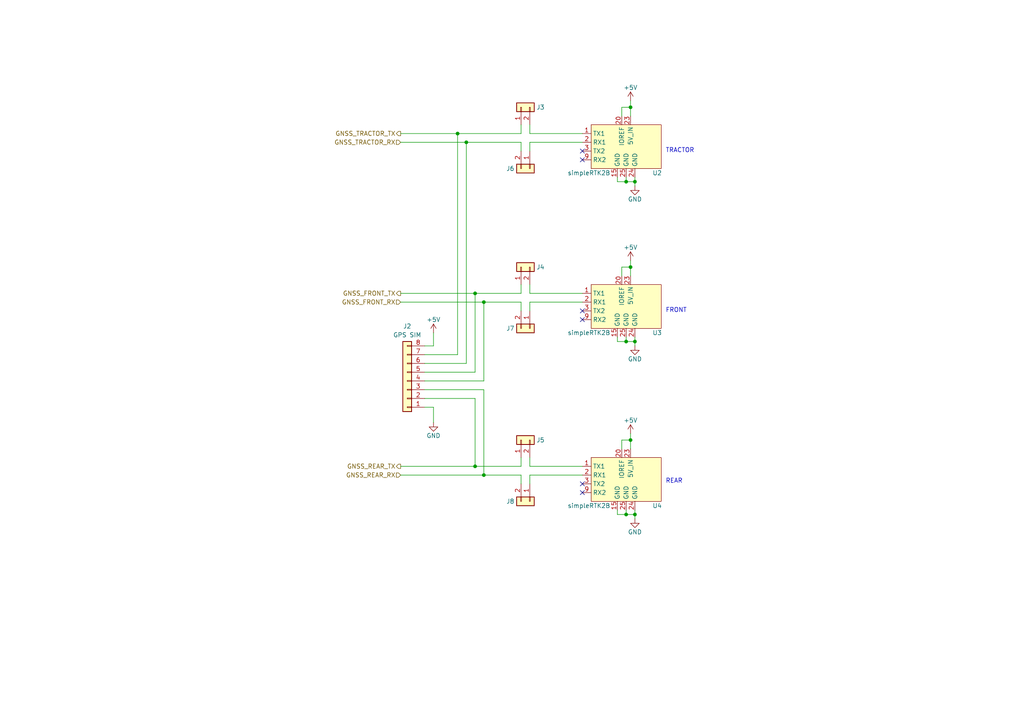
<source format=kicad_sch>
(kicad_sch (version 20230121) (generator eeschema)
  (paper "A4")
  (title_block (title "Tandem Leveller Controller") (date "2025-02-22") (rev "V1.0") (company "(C) andy@britishideas.com 2025") (comment 1 "For personal use only, no commercial use") (comment 2 "Provided as-is, no warranty express or implied. Use at your own risk"))
  (lib_symbols
    (symbol "BritishIdeas2:simpleRTK2B"
      (property "Reference" "U" (at 1.27 -1.27 0))
      (symbol "simpleRTK2B_1_1"
        (rectangle (start 0 12.7) (end 20.32 0) (fill (type background)))
        (pin passive line (at -2.54 10.16 0) (length 2.54) (name "TX1") (number "1"))
        (pin no_connect line (at 34.29 22.86 0) (length 2.54) hide (name "NC") (number "10"))
        (pin no_connect line (at 34.29 20.32 0) (length 2.54) hide (name "NC") (number "11"))
        (pin no_connect line (at 34.29 17.78 0) (length 2.54) hide (name "NC") (number "12"))
        (pin no_connect line (at 34.29 15.24 0) (length 2.54) hide (name "NC") (number "13"))
        (pin no_connect line (at 34.29 12.7 0) (length 2.54) hide (name "NC") (number "14"))
        (pin power_in line (at 7.62 -2.54 90) (length 2.54) (name "GND") (number "15"))
        (pin no_connect line (at 34.29 10.16 0) (length 2.54) hide (name "NC") (number "16"))
        (pin no_connect line (at 34.29 7.62 0) (length 2.54) hide (name "NC") (number "17"))
        (pin no_connect line (at 34.29 5.08 0) (length 2.54) hide (name "NC") (number "18"))
        (pin no_connect line (at 34.29 2.54 0) (length 2.54) hide (name "NC") (number "19"))
        (pin passive line (at -2.54 7.62 0) (length 2.54) (name "RX1") (number "2"))
        (pin power_in line (at 8.89 15.24 270) (length 2.54) (name "IOREF") (number "20"))
        (pin no_connect line (at 34.29 0 0) (length 2.54) hide (name "NC") (number "21"))
        (pin no_connect line (at 34.29 -2.54 0) (length 2.54) hide (name "NC") (number "22"))
        (pin power_in line (at 11.43 15.24 270) (length 2.54) (name "5V_IN") (number "23"))
        (pin power_in line (at 12.7 -2.54 90) (length 2.54) (name "GND") (number "24"))
        (pin power_in line (at 10.16 -2.54 90) (length 2.54) (name "GND") (number "25"))
        (pin no_connect line (at 34.29 -5.08 0) (length 2.54) hide (name "NC") (number "26"))
        (pin no_connect line (at 34.29 -7.62 0) (length 2.54) hide (name "NC") (number "27"))
        (pin no_connect line (at 34.29 -10.16 0) (length 2.54) hide (name "NC") (number "28"))
        (pin no_connect line (at 34.29 -12.7 0) (length 2.54) hide (name "NC") (number "29"))
        (pin passive line (at -2.54 5.08 0) (length 2.54) (name "TX2") (number "3"))
        (pin no_connect line (at 34.29 -15.24 0) (length 2.54) hide (name "NC") (number "30"))
        (pin no_connect line (at 34.29 -17.78 0) (length 2.54) hide (name "NC") (number "31"))
        (pin no_connect line (at 34.29 -20.32 0) (length 2.54) hide (name "NC") (number "32"))
        (pin no_connect line (at 34.29 35.56 0) (length 2.54) hide (name "NC") (number "4"))
        (pin no_connect line (at 34.29 33.02 0) (length 2.54) hide (name "NC") (number "5"))
        (pin no_connect line (at 34.29 30.48 0) (length 2.54) hide (name "NC") (number "6"))
        (pin no_connect line (at 34.29 27.94 0) (length 2.54) hide (name "NC") (number "7"))
        (pin no_connect line (at 34.29 25.4 0) (length 2.54) hide (name "NC") (number "8"))
        (pin passive line (at -2.54 2.54 0) (length 2.54) (name "RX2") (number "9"))
      )
    )
    (symbol "Connector_Generic:Conn_01x02" (pin_names (offset 1.016) hide)
      (property "Reference" "J" (at 0 2.54 0))
      (property "Value" "Conn_01x02" (at 0 -5.08 0))
      (symbol "Conn_01x02_1_1"
        (rectangle (start -1.27 -2.413) (end 0 -2.667) (stroke (width 0.1524)))
        (rectangle (start -1.27 0.127) (end 0 -0.127) (stroke (width 0.1524)))
        (rectangle (start -1.27 1.27) (end 1.27 -3.81) (stroke (width 0.254)) (fill (type background)))
        (pin passive line (at -5.08 0 0) (length 3.81) (name "Pin_1") (number "1"))
        (pin passive line (at -5.08 -2.54 0) (length 3.81) (name "Pin_2") (number "2"))
      )
    )
    (symbol "Connector_Generic:Conn_01x08" (pin_names (offset 1.016) hide)
      (property "Reference" "J" (at 0 10.16 0))
      (property "Value" "Conn_01x08" (at 0 -12.7 0))
      (symbol "Conn_01x08_1_1"
        (rectangle (start -1.27 -10.033) (end 0 -10.287) (stroke (width 0.1524)))
        (rectangle (start -1.27 -7.493) (end 0 -7.747) (stroke (width 0.1524)))
        (rectangle (start -1.27 -4.953) (end 0 -5.207) (stroke (width 0.1524)))
        (rectangle (start -1.27 -2.413) (end 0 -2.667) (stroke (width 0.1524)))
        (rectangle (start -1.27 0.127) (end 0 -0.127) (stroke (width 0.1524)))
        (rectangle (start -1.27 2.667) (end 0 2.413) (stroke (width 0.1524)))
        (rectangle (start -1.27 5.207) (end 0 4.953) (stroke (width 0.1524)))
        (rectangle (start -1.27 7.747) (end 0 7.493) (stroke (width 0.1524)))
        (rectangle (start -1.27 8.89) (end 1.27 -11.43) (stroke (width 0.254)) (fill (type background)))
        (pin passive line (at -5.08 7.62 0) (length 3.81) (name "Pin_1") (number "1"))
        (pin passive line (at -5.08 5.08 0) (length 3.81) (name "Pin_2") (number "2"))
        (pin passive line (at -5.08 2.54 0) (length 3.81) (name "Pin_3") (number "3"))
        (pin passive line (at -5.08 0 0) (length 3.81) (name "Pin_4") (number "4"))
        (pin passive line (at -5.08 -2.54 0) (length 3.81) (name "Pin_5") (number "5"))
        (pin passive line (at -5.08 -5.08 0) (length 3.81) (name "Pin_6") (number "6"))
        (pin passive line (at -5.08 -7.62 0) (length 3.81) (name "Pin_7") (number "7"))
        (pin passive line (at -5.08 -10.16 0) (length 3.81) (name "Pin_8") (number "8"))
      )
    )
    (symbol "power:+5V" (power) (pin_names (offset 0))
      (property "Value" "+5V" (at 0 3.556 0))
      (symbol "+5V_0_1"
        (polyline (pts (xy -0.762 1.27) (xy 0 2.54)))
        (polyline (pts (xy 0 0) (xy 0 2.54)))
        (polyline (pts (xy 0 2.54) (xy 0.762 1.27)))
      )
      (symbol "+5V_1_1"
        (pin power_in line (at 0 0 90) (length 0) hide (name "+5V") (number "1"))
      )
    )
    (symbol "power:GND" (power) (pin_names (offset 0))
      (property "Value" "GND" (at 0 -3.81 0))
      (symbol "GND_0_1"
        (polyline (pts (xy 0 0) (xy 0 -1.27) (xy 1.27 -1.27) (xy 0 -2.54) (xy -1.27 -1.27) (xy 0 -1.27)))
      )
      (symbol "GND_1_1"
        (pin power_in line (at 0 0 270) (length 0) hide (name "GND") (number "1"))
      )
    )
  )
  (junction (at 182.88 31.115))
  (junction (at 140.335 87.63))
  (junction (at 140.335 137.795))
  (junction (at 137.795 85.09))
  (junction (at 135.255 41.275))
  (junction (at 184.15 149.225))
  (junction (at 184.15 99.06))
  (junction (at 184.15 52.705))
  (junction (at 137.795 135.255))
  (junction (at 181.61 52.705))
  (junction (at 182.88 77.47))
  (junction (at 132.715 38.735))
  (junction (at 181.61 149.225))
  (junction (at 181.61 99.06))
  (junction (at 182.88 127.635))
  (no_connect (at 168.91 142.875))
  (no_connect (at 168.91 43.815))
  (no_connect (at 168.91 90.17))
  (no_connect (at 168.91 46.355))
  (no_connect (at 168.91 92.71))
  (no_connect (at 168.91 140.335))
  (wire (pts (xy 125.73 118.11) (xy 123.19 118.11)))
  (wire (pts (xy 180.34 127.635) (xy 182.88 127.635)))
  (wire (pts (xy 182.88 127.635) (xy 182.88 130.175)))
  (wire (pts (xy 140.335 87.63) (xy 151.13 87.63)))
  (wire (pts (xy 116.205 85.09) (xy 137.795 85.09)))
  (wire (pts (xy 153.67 85.09) (xy 168.91 85.09)))
  (wire (pts (xy 153.67 137.795) (xy 168.91 137.795)))
  (wire (pts (xy 132.715 102.87) (xy 132.715 38.735)))
  (wire (pts (xy 179.07 97.79) (xy 179.07 99.06)))
  (wire (pts (xy 125.73 122.555) (xy 125.73 118.11)))
  (wire (pts (xy 137.795 107.95) (xy 123.19 107.95)))
  (wire (pts (xy 153.67 41.275) (xy 168.91 41.275)))
  (wire (pts (xy 132.715 38.735) (xy 151.13 38.735)))
  (wire (pts (xy 182.88 77.47) (xy 182.88 80.01)))
  (wire (pts (xy 116.205 87.63) (xy 140.335 87.63)))
  (wire (pts (xy 137.795 85.09) (xy 137.795 107.95)))
  (wire (pts (xy 140.335 87.63) (xy 140.335 110.49)))
  (wire (pts (xy 181.61 97.79) (xy 181.61 99.06)))
  (wire (pts (xy 140.335 110.49) (xy 123.19 110.49)))
  (wire (pts (xy 153.67 137.795) (xy 153.67 140.335)))
  (wire (pts (xy 135.255 105.41) (xy 135.255 41.275)))
  (wire (pts (xy 184.15 149.225) (xy 184.15 150.495)))
  (wire (pts (xy 180.34 130.175) (xy 180.34 127.635)))
  (wire (pts (xy 151.13 36.195) (xy 151.13 38.735)))
  (wire (pts (xy 182.88 125.73) (xy 182.88 127.635)))
  (wire (pts (xy 137.795 135.255) (xy 116.205 135.255)))
  (wire (pts (xy 125.73 96.52) (xy 125.73 100.33)))
  (wire (pts (xy 181.61 51.435) (xy 181.61 52.705)))
  (wire (pts (xy 116.205 41.275) (xy 135.255 41.275)))
  (wire (pts (xy 151.13 43.815) (xy 151.13 41.275)))
  (wire (pts (xy 137.795 85.09) (xy 151.13 85.09)))
  (wire (pts (xy 153.67 135.255) (xy 153.67 132.715)))
  (wire (pts (xy 153.67 41.275) (xy 153.67 43.815)))
  (wire (pts (xy 151.13 90.17) (xy 151.13 87.63)))
  (wire (pts (xy 137.795 115.57) (xy 123.19 115.57)))
  (wire (pts (xy 181.61 99.06) (xy 184.15 99.06)))
  (wire (pts (xy 184.15 52.705) (xy 184.15 53.975)))
  (wire (pts (xy 180.34 33.655) (xy 180.34 31.115)))
  (wire (pts (xy 153.67 85.09) (xy 153.67 82.55)))
  (wire (pts (xy 135.255 41.275) (xy 151.13 41.275)))
  (wire (pts (xy 151.13 135.255) (xy 137.795 135.255)))
  (wire (pts (xy 181.61 147.955) (xy 181.61 149.225)))
  (wire (pts (xy 180.34 31.115) (xy 182.88 31.115)))
  (wire (pts (xy 179.07 149.225) (xy 181.61 149.225)))
  (wire (pts (xy 182.88 29.21) (xy 182.88 31.115)))
  (wire (pts (xy 179.07 147.955) (xy 179.07 149.225)))
  (wire (pts (xy 123.19 105.41) (xy 135.255 105.41)))
  (wire (pts (xy 123.19 102.87) (xy 132.715 102.87)))
  (wire (pts (xy 140.335 137.795) (xy 151.13 137.795)))
  (wire (pts (xy 179.07 99.06) (xy 181.61 99.06)))
  (wire (pts (xy 179.07 51.435) (xy 179.07 52.705)))
  (wire (pts (xy 137.795 115.57) (xy 137.795 135.255)))
  (wire (pts (xy 140.335 113.03) (xy 140.335 137.795)))
  (wire (pts (xy 151.13 140.335) (xy 151.13 137.795)))
  (wire (pts (xy 184.15 99.06) (xy 184.15 100.33)))
  (wire (pts (xy 153.67 135.255) (xy 168.91 135.255)))
  (wire (pts (xy 182.88 75.565) (xy 182.88 77.47)))
  (wire (pts (xy 153.67 87.63) (xy 168.91 87.63)))
  (wire (pts (xy 153.67 87.63) (xy 153.67 90.17)))
  (wire (pts (xy 182.88 31.115) (xy 182.88 33.655)))
  (wire (pts (xy 125.73 100.33) (xy 123.19 100.33)))
  (wire (pts (xy 151.13 82.55) (xy 151.13 85.09)))
  (wire (pts (xy 180.34 77.47) (xy 182.88 77.47)))
  (wire (pts (xy 116.205 38.735) (xy 132.715 38.735)))
  (wire (pts (xy 179.07 52.705) (xy 181.61 52.705)))
  (wire (pts (xy 184.15 147.955) (xy 184.15 149.225)))
  (wire (pts (xy 184.15 97.79) (xy 184.15 99.06)))
  (wire (pts (xy 153.67 38.735) (xy 153.67 36.195)))
  (wire (pts (xy 184.15 51.435) (xy 184.15 52.705)))
  (wire (pts (xy 181.61 52.705) (xy 184.15 52.705)))
  (wire (pts (xy 140.335 113.03) (xy 123.19 113.03)))
  (wire (pts (xy 151.13 132.715) (xy 151.13 135.255)))
  (wire (pts (xy 116.205 137.795) (xy 140.335 137.795)))
  (wire (pts (xy 181.61 149.225) (xy 184.15 149.225)))
  (wire (pts (xy 180.34 80.01) (xy 180.34 77.47)))
  (wire (pts (xy 153.67 38.735) (xy 168.91 38.735)))
  (text "FRONT" (at 193.04 90.805 0) (effects (font (size 1.27 1.27)) (justify left bottom)))
  (text "REAR" (at 193.04 140.335 0) (effects (font (size 1.27 1.27)) (justify left bottom)))
  (text "TRACTOR" (at 193.04 44.45 0) (effects (font (size 1.27 1.27)) (justify left bottom)))
  (hierarchical_label "GNSS_FRONT_TX" (shape output) (at 116.205 85.09 180))
  (hierarchical_label "GNSS_TRACTOR_TX" (shape output) (at 116.205 38.735 180))
  (hierarchical_label "GNSS_REAR_TX" (shape output) (at 116.205 135.255 180))
  (hierarchical_label "GNSS_REAR_RX" (shape input) (at 116.205 137.795 180))
  (hierarchical_label "GNSS_FRONT_RX" (shape input) (at 116.205 87.63 180))
  (hierarchical_label "GNSS_TRACTOR_RX" (shape input) (at 116.205 41.275 180))
  (symbol (lib_id "power:GND") (at 125.73 122.555 0) (unit 1)
    (property "Reference" "#PWR07" (effects hide))
    (property "Value" "GND" (at 125.73 126.365 0))
  )
  (symbol (lib_id "Connector_Generic:Conn_01x02") (at 153.67 48.895 270) (unit 1)
    (property "Reference" "J6" (at 149.225 48.895 90) (effects (justify right)))
    (property "Value" "Conn_01x02" (effects hide))
    (property "Footprint" "Connector_PinHeader_2.54mm:PinHeader_1x02_P2.54mm_Vertical" (effects hide))
  )
  (symbol (lib_id "Connector_Generic:Conn_01x08") (at 118.11 110.49 180) (unit 1)
    (property "Reference" "J2" (at 118.11 94.615 0))
    (property "Value" "GPS SIM" (at 118.11 97.155 0))
    (property "Footprint" "Connector_JST:JST_PH_B8B-PH-K_1x08_P2.00mm_Vertical" (effects hide))
    (property "manf#" "B8B-PH-K-S" (effects hide))
  )
  (symbol (lib_id "BritishIdeas2:simpleRTK2B") (at 171.45 48.895 0) (unit 1)
    (property "Reference" "U2" (at 189.23 50.165 0) (effects (justify left)))
    (property "Value" "simpleRTK2B" (at 170.815 50.165 0))
    (property "Footprint" "Britishideas:simpleRTK2B" (effects hide))
  )
  (symbol (lib_id "power:+5V") (at 182.88 29.21 0) (unit 1)
    (property "Reference" "#PWR08" (effects hide))
    (property "Value" "+5V" (at 182.88 25.4 0))
  )
  (symbol (lib_id "power:GND") (at 184.15 100.33 0) (unit 1)
    (property "Reference" "#PWR012" (effects hide))
    (property "Value" "GND" (at 184.15 104.14 0))
  )
  (symbol (lib_id "BritishIdeas2:simpleRTK2B") (at 171.45 95.25 0) (unit 1)
    (property "Reference" "U3" (at 189.23 96.52 0) (effects (justify left)))
    (property "Value" "simpleRTK2B" (at 170.815 96.52 0))
    (property "Footprint" "Britishideas:simpleRTK2B" (effects hide))
  )
  (symbol (lib_id "Connector_Generic:Conn_01x02") (at 151.13 77.47 90) (unit 1)
    (property "Reference" "J4" (at 155.575 77.47 90) (effects (justify right)))
    (property "Value" "Conn_01x02" (effects hide))
    (property "Footprint" "Connector_PinHeader_2.54mm:PinHeader_1x02_P2.54mm_Vertical" (effects hide))
  )
  (symbol (lib_id "Connector_Generic:Conn_01x02") (at 151.13 127.635 90) (unit 1)
    (property "Reference" "J5" (at 155.575 127.635 90) (effects (justify right)))
    (property "Value" "Conn_01x02" (effects hide))
    (property "Footprint" "Connector_PinHeader_2.54mm:PinHeader_1x02_P2.54mm_Vertical" (effects hide))
  )
  (symbol (lib_id "Connector_Generic:Conn_01x02") (at 151.13 31.115 90) (unit 1)
    (property "Reference" "J3" (at 155.575 31.115 90) (effects (justify right)))
    (property "Value" "Conn_01x02" (effects hide))
    (property "Footprint" "Connector_PinHeader_2.54mm:PinHeader_1x02_P2.54mm_Vertical" (effects hide))
  )
  (symbol (lib_id "Connector_Generic:Conn_01x02") (at 153.67 95.25 270) (unit 1)
    (property "Reference" "J7" (at 149.225 95.25 90) (effects (justify right)))
    (property "Value" "Conn_01x02" (effects hide))
    (property "Footprint" "Connector_PinHeader_2.54mm:PinHeader_1x02_P2.54mm_Vertical" (effects hide))
  )
  (symbol (lib_id "BritishIdeas2:simpleRTK2B") (at 171.45 145.415 0) (unit 1)
    (property "Reference" "U4" (at 189.23 146.685 0) (effects (justify left)))
    (property "Value" "simpleRTK2B" (at 170.815 146.685 0))
    (property "Footprint" "Britishideas:simpleRTK2B" (effects hide))
  )
  (symbol (lib_id "power:+5V") (at 182.88 125.73 0) (unit 1)
    (property "Reference" "#PWR010" (effects hide))
    (property "Value" "+5V" (at 182.88 121.92 0))
  )
  (symbol (lib_id "power:+5V") (at 182.88 75.565 0) (unit 1)
    (property "Reference" "#PWR09" (effects hide))
    (property "Value" "+5V" (at 182.88 71.755 0))
  )
  (symbol (lib_id "power:GND") (at 184.15 53.975 0) (unit 1)
    (property "Reference" "#PWR011" (effects hide))
    (property "Value" "GND" (at 184.15 57.785 0))
  )
  (symbol (lib_id "power:GND") (at 184.15 150.495 0) (unit 1)
    (property "Reference" "#PWR013" (effects hide))
    (property "Value" "GND" (at 184.15 154.305 0))
  )
  (symbol (lib_id "power:+5V") (at 125.73 96.52 0) (unit 1)
    (property "Reference" "#PWR06" (effects hide))
    (property "Value" "+5V" (at 125.73 92.71 0))
  )
  (symbol (lib_id "Connector_Generic:Conn_01x02") (at 153.67 145.415 270) (unit 1)
    (property "Reference" "J8" (at 149.225 145.415 90) (effects (justify right)))
    (property "Value" "Conn_01x02" (effects hide))
    (property "Footprint" "Connector_PinHeader_2.54mm:PinHeader_1x02_P2.54mm_Vertical" (effects hide))
  )
)
</source>
